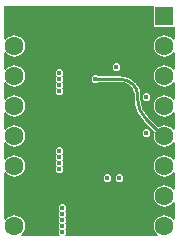
<source format=gbr>
%TF.GenerationSoftware,Altium Limited,Altium Designer,20.1.11 (218)*%
G04 Layer_Physical_Order=4*
G04 Layer_Color=16711680*
%FSLAX45Y45*%
%MOMM*%
%TF.SameCoordinates,8684D80F-3192-4470-AB3D-773AF577FA96*%
%TF.FilePolarity,Positive*%
%TF.FileFunction,Copper,L4,Bot,Signal*%
%TF.Part,Single*%
G01*
G75*
%TA.AperFunction,Conductor*%
%ADD10C,0.24999*%
%TA.AperFunction,ComponentPad*%
%ADD21C,1.60000*%
%ADD22R,1.60000X1.60000*%
%TA.AperFunction,ViaPad*%
%ADD23C,0.45000*%
G36*
X1307000Y1815000D02*
X1483218D01*
Y1707342D01*
X1470518Y1703031D01*
X1461189Y1715189D01*
X1442388Y1729615D01*
X1420495Y1738683D01*
X1397000Y1741776D01*
X1373505Y1738683D01*
X1351612Y1729615D01*
X1332811Y1715189D01*
X1318385Y1696388D01*
X1309317Y1674495D01*
X1306224Y1651000D01*
X1309317Y1627505D01*
X1318385Y1605612D01*
X1332811Y1586811D01*
X1351612Y1572385D01*
X1373505Y1563317D01*
X1397000Y1560224D01*
X1420495Y1563317D01*
X1442388Y1572385D01*
X1461189Y1586811D01*
X1470518Y1598969D01*
X1483218Y1594658D01*
Y1453342D01*
X1470518Y1449031D01*
X1461189Y1461189D01*
X1442388Y1475615D01*
X1420495Y1484683D01*
X1397000Y1487776D01*
X1373505Y1484683D01*
X1351612Y1475615D01*
X1332811Y1461189D01*
X1318385Y1442388D01*
X1309317Y1420495D01*
X1306224Y1397000D01*
X1309317Y1373505D01*
X1318385Y1351612D01*
X1332811Y1332811D01*
X1351612Y1318385D01*
X1373505Y1309317D01*
X1397000Y1306224D01*
X1420495Y1309317D01*
X1442388Y1318385D01*
X1461189Y1332811D01*
X1470518Y1344969D01*
X1483218Y1340658D01*
Y1199342D01*
X1470518Y1195031D01*
X1461189Y1207189D01*
X1442388Y1221615D01*
X1420495Y1230683D01*
X1397000Y1233776D01*
X1373505Y1230683D01*
X1351612Y1221615D01*
X1332811Y1207189D01*
X1318385Y1188388D01*
X1309317Y1166495D01*
X1306224Y1143000D01*
X1309317Y1119505D01*
X1318385Y1097612D01*
X1332811Y1078811D01*
X1351612Y1064385D01*
X1373505Y1055317D01*
X1397000Y1052224D01*
X1420495Y1055317D01*
X1442388Y1064385D01*
X1461189Y1078811D01*
X1470518Y1090969D01*
X1483218Y1086658D01*
Y945342D01*
X1470518Y941031D01*
X1461189Y953189D01*
X1442388Y967615D01*
X1420495Y976683D01*
X1397000Y979776D01*
X1373505Y976683D01*
X1351612Y967615D01*
X1343982Y961760D01*
X1259016Y1046726D01*
X1258205Y1047268D01*
X1230044Y1081582D01*
X1208665Y1121579D01*
X1195501Y1164977D01*
X1191150Y1209153D01*
X1191340Y1210110D01*
Y1241985D01*
X1192065Y1242146D01*
X1187422Y1277411D01*
X1173810Y1310273D01*
X1159486Y1328941D01*
X1152157Y1338493D01*
X1151987Y1338623D01*
X1151827Y1338463D01*
X1122654Y1362404D01*
X1089183Y1380295D01*
X1052866Y1391312D01*
X1015097Y1395031D01*
Y1394540D01*
X836559D01*
X836231Y1395031D01*
X825481Y1402214D01*
X812800Y1404737D01*
X800119Y1402214D01*
X789369Y1395031D01*
X782186Y1384281D01*
X779663Y1371600D01*
X782186Y1358919D01*
X789369Y1348169D01*
X800119Y1340986D01*
X812800Y1338463D01*
X825481Y1340986D01*
X836231Y1348169D01*
X836559Y1348660D01*
X1015098D01*
X1016410Y1348921D01*
X1053314Y1344062D01*
X1088927Y1329311D01*
X1109598Y1313450D01*
X1119046Y1305579D01*
X1119158Y1305493D01*
X1133394Y1286939D01*
X1142344Y1265332D01*
X1145397Y1242146D01*
X1145460Y1242109D01*
X1145460Y1241949D01*
Y1210110D01*
X1145046D01*
X1148460Y1166723D01*
X1158620Y1124403D01*
X1175276Y1084194D01*
X1198016Y1047086D01*
X1226281Y1013991D01*
X1226574Y1014284D01*
X1314896Y925963D01*
X1309317Y912495D01*
X1306224Y889000D01*
X1309317Y865505D01*
X1318385Y843612D01*
X1332811Y824811D01*
X1351612Y810385D01*
X1373505Y801317D01*
X1397000Y798224D01*
X1420495Y801317D01*
X1442388Y810385D01*
X1461189Y824811D01*
X1470518Y836969D01*
X1483218Y832658D01*
Y691342D01*
X1470518Y687031D01*
X1461189Y699189D01*
X1442388Y713615D01*
X1420495Y722683D01*
X1397000Y725776D01*
X1373505Y722683D01*
X1351612Y713615D01*
X1332811Y699189D01*
X1318385Y680388D01*
X1309317Y658495D01*
X1306224Y635000D01*
X1309317Y611505D01*
X1318385Y589612D01*
X1332811Y570811D01*
X1351612Y556385D01*
X1373505Y547317D01*
X1397000Y544224D01*
X1420495Y547317D01*
X1442388Y556385D01*
X1461189Y570811D01*
X1470518Y582969D01*
X1483218Y578658D01*
Y437342D01*
X1470518Y433031D01*
X1461189Y445189D01*
X1442388Y459615D01*
X1420495Y468683D01*
X1397000Y471776D01*
X1373505Y468683D01*
X1351612Y459615D01*
X1332811Y445189D01*
X1318385Y426388D01*
X1309317Y404495D01*
X1306224Y381000D01*
X1309317Y357505D01*
X1318385Y335612D01*
X1332811Y316811D01*
X1351612Y302385D01*
X1373505Y293317D01*
X1397000Y290224D01*
X1420495Y293317D01*
X1442388Y302385D01*
X1461189Y316811D01*
X1470518Y328969D01*
X1483218Y324658D01*
Y183342D01*
X1470518Y179031D01*
X1461189Y191189D01*
X1442388Y205615D01*
X1420495Y214683D01*
X1397000Y217776D01*
X1373505Y214683D01*
X1351612Y205615D01*
X1332811Y191189D01*
X1318385Y172388D01*
X1309317Y150495D01*
X1306224Y127000D01*
X1309317Y103505D01*
X1318385Y81612D01*
X1332811Y62811D01*
X1344969Y53482D01*
X1340658Y40782D01*
X561751D01*
X558136Y49589D01*
X557308Y53482D01*
X564014Y63519D01*
X566537Y76200D01*
X564014Y88881D01*
X556831Y99631D01*
Y103569D01*
X564014Y114319D01*
X566537Y127000D01*
X564014Y139681D01*
X556831Y150431D01*
Y154369D01*
X564014Y165119D01*
X566537Y177800D01*
X564014Y190481D01*
X556831Y201231D01*
Y205169D01*
X564014Y215919D01*
X566537Y228600D01*
X564014Y241281D01*
X556831Y252031D01*
Y255969D01*
X564014Y266719D01*
X566537Y279400D01*
X564014Y292081D01*
X556831Y302831D01*
X546081Y310014D01*
X533400Y312537D01*
X520719Y310014D01*
X509969Y302831D01*
X502786Y292081D01*
X500263Y279400D01*
X502786Y266719D01*
X509969Y255969D01*
Y252031D01*
X502786Y241281D01*
X500263Y228600D01*
X502786Y215919D01*
X509969Y205169D01*
Y201231D01*
X502786Y190481D01*
X500263Y177800D01*
X502786Y165119D01*
X509969Y154369D01*
Y150431D01*
X502786Y139681D01*
X500263Y127000D01*
X502786Y114319D01*
X509969Y103569D01*
Y99631D01*
X502786Y88881D01*
X500263Y76200D01*
X502786Y63519D01*
X509492Y53482D01*
X508664Y49589D01*
X505049Y40782D01*
X183342D01*
X179031Y53482D01*
X191189Y62811D01*
X205615Y81612D01*
X214683Y103505D01*
X217776Y127000D01*
X214683Y150495D01*
X205615Y172388D01*
X191189Y191189D01*
X172388Y205615D01*
X150495Y214683D01*
X127000Y217776D01*
X103505Y214683D01*
X81612Y205615D01*
X62811Y191189D01*
X53482Y179031D01*
X40782Y183342D01*
Y578658D01*
X53482Y582969D01*
X62811Y570811D01*
X81612Y556385D01*
X103505Y547317D01*
X127000Y544224D01*
X150495Y547317D01*
X172388Y556385D01*
X191189Y570811D01*
X205615Y589612D01*
X214683Y611505D01*
X217776Y635000D01*
X214683Y658495D01*
X205615Y680388D01*
X191189Y699189D01*
X172388Y713615D01*
X150495Y722683D01*
X127000Y725776D01*
X103505Y722683D01*
X81612Y713615D01*
X62811Y699189D01*
X53482Y687031D01*
X40782Y691342D01*
Y832658D01*
X53482Y836969D01*
X62811Y824811D01*
X81612Y810385D01*
X103505Y801317D01*
X127000Y798224D01*
X150495Y801317D01*
X172388Y810385D01*
X191189Y824811D01*
X205615Y843612D01*
X214683Y865505D01*
X217776Y889000D01*
X214683Y912495D01*
X205615Y934388D01*
X191189Y953189D01*
X172388Y967615D01*
X150495Y976683D01*
X127000Y979776D01*
X103505Y976683D01*
X81612Y967615D01*
X62811Y953189D01*
X53482Y941031D01*
X40782Y945342D01*
Y1086658D01*
X53482Y1090969D01*
X62811Y1078811D01*
X81612Y1064385D01*
X103505Y1055317D01*
X127000Y1052224D01*
X150495Y1055317D01*
X172388Y1064385D01*
X191189Y1078811D01*
X205615Y1097612D01*
X214683Y1119505D01*
X217776Y1143000D01*
X214683Y1166495D01*
X205615Y1188388D01*
X191189Y1207189D01*
X172388Y1221615D01*
X150495Y1230683D01*
X127000Y1233776D01*
X103505Y1230683D01*
X81612Y1221615D01*
X62811Y1207189D01*
X53482Y1195031D01*
X40782Y1199342D01*
Y1340658D01*
X53482Y1344969D01*
X62811Y1332811D01*
X81612Y1318385D01*
X103505Y1309317D01*
X127000Y1306224D01*
X150495Y1309317D01*
X172388Y1318385D01*
X191189Y1332811D01*
X205615Y1351612D01*
X214683Y1373505D01*
X217776Y1397000D01*
X214683Y1420495D01*
X205615Y1442388D01*
X191189Y1461189D01*
X172388Y1475615D01*
X150495Y1484683D01*
X127000Y1487776D01*
X103505Y1484683D01*
X81612Y1475615D01*
X62811Y1461189D01*
X53482Y1449031D01*
X40782Y1453342D01*
Y1594658D01*
X53482Y1598969D01*
X62811Y1586811D01*
X81612Y1572385D01*
X103505Y1563317D01*
X127000Y1560224D01*
X150495Y1563317D01*
X172388Y1572385D01*
X191189Y1586811D01*
X205615Y1605612D01*
X214683Y1627505D01*
X217776Y1651000D01*
X214683Y1674495D01*
X205615Y1696388D01*
X191189Y1715189D01*
X172388Y1729615D01*
X150495Y1738683D01*
X127000Y1741776D01*
X103505Y1738683D01*
X81612Y1729615D01*
X62811Y1715189D01*
X53482Y1703031D01*
X40782Y1707342D01*
Y1991218D01*
X1307000D01*
Y1815000D01*
D02*
G37*
%LPC*%
G36*
X990600Y1506337D02*
X977919Y1503814D01*
X967169Y1496631D01*
X959986Y1485881D01*
X957463Y1473200D01*
X959986Y1460519D01*
X967169Y1449769D01*
X977919Y1442586D01*
X990600Y1440063D01*
X1003281Y1442586D01*
X1014031Y1449769D01*
X1021214Y1460519D01*
X1023737Y1473200D01*
X1021214Y1485881D01*
X1014031Y1496631D01*
X1003281Y1503814D01*
X990600Y1506337D01*
D02*
G37*
G36*
X508000Y1455537D02*
X495319Y1453014D01*
X484569Y1445831D01*
X477386Y1435081D01*
X474863Y1422400D01*
X477386Y1409719D01*
X484569Y1398969D01*
Y1395031D01*
X477386Y1384281D01*
X474863Y1371600D01*
X477386Y1358919D01*
X484569Y1348169D01*
Y1344231D01*
X477386Y1333481D01*
X474863Y1320800D01*
X477386Y1308119D01*
X484569Y1297369D01*
Y1293431D01*
X477386Y1282681D01*
X474863Y1270000D01*
X477386Y1257319D01*
X484569Y1246569D01*
X495319Y1239386D01*
X508000Y1236863D01*
X520681Y1239386D01*
X531431Y1246569D01*
X538614Y1257319D01*
X541137Y1270000D01*
X538614Y1282681D01*
X531431Y1293431D01*
Y1297369D01*
X538614Y1308119D01*
X541137Y1320800D01*
X538614Y1333481D01*
X531431Y1344231D01*
Y1348169D01*
X538614Y1358919D01*
X541137Y1371600D01*
X538614Y1384281D01*
X531431Y1395031D01*
Y1398969D01*
X538614Y1409719D01*
X541137Y1422400D01*
X538614Y1435081D01*
X531431Y1445831D01*
X520681Y1453014D01*
X508000Y1455537D01*
D02*
G37*
G36*
X1244600Y1252337D02*
X1231919Y1249814D01*
X1221169Y1242631D01*
X1213986Y1231881D01*
X1211463Y1219200D01*
X1213986Y1206519D01*
X1221169Y1195769D01*
X1231919Y1188586D01*
X1244600Y1186063D01*
X1257281Y1188586D01*
X1268031Y1195769D01*
X1275214Y1206519D01*
X1277737Y1219200D01*
X1275214Y1231881D01*
X1268031Y1242631D01*
X1257281Y1249814D01*
X1244600Y1252337D01*
D02*
G37*
G36*
Y947537D02*
X1231919Y945014D01*
X1221169Y937831D01*
X1213986Y927081D01*
X1211463Y914400D01*
X1213986Y901719D01*
X1221169Y890969D01*
X1231919Y883786D01*
X1244600Y881263D01*
X1257281Y883786D01*
X1268031Y890969D01*
X1275214Y901719D01*
X1277737Y914400D01*
X1275214Y927081D01*
X1268031Y937831D01*
X1257281Y945014D01*
X1244600Y947537D01*
D02*
G37*
G36*
X508000Y795137D02*
X495319Y792614D01*
X484569Y785431D01*
X477386Y774681D01*
X474863Y762000D01*
X477386Y749319D01*
X484569Y738569D01*
Y734631D01*
X477386Y723881D01*
X474863Y711200D01*
X477386Y698519D01*
X484569Y687769D01*
Y683831D01*
X477386Y673081D01*
X474863Y660400D01*
X477386Y647719D01*
X484569Y636969D01*
Y633031D01*
X477386Y622281D01*
X474863Y609600D01*
X477386Y596919D01*
X484569Y586169D01*
X495319Y578986D01*
X508000Y576463D01*
X520681Y578986D01*
X531431Y586169D01*
X538614Y596919D01*
X541137Y609600D01*
X538614Y622281D01*
X531431Y633031D01*
Y636969D01*
X538614Y647719D01*
X541137Y660400D01*
X538614Y673081D01*
X531431Y683831D01*
Y687769D01*
X538614Y698519D01*
X541137Y711200D01*
X538614Y723881D01*
X531431Y734631D01*
Y738569D01*
X538614Y749319D01*
X541137Y762000D01*
X538614Y774681D01*
X531431Y785431D01*
X520681Y792614D01*
X508000Y795137D01*
D02*
G37*
G36*
X1016000Y566537D02*
X1003319Y564014D01*
X992569Y556831D01*
X985386Y546081D01*
X982863Y533400D01*
X985386Y520719D01*
X992569Y509969D01*
X1003319Y502786D01*
X1016000Y500263D01*
X1028681Y502786D01*
X1039431Y509969D01*
X1046614Y520719D01*
X1049137Y533400D01*
X1046614Y546081D01*
X1039431Y556831D01*
X1028681Y564014D01*
X1016000Y566537D01*
D02*
G37*
G36*
X914400D02*
X901719Y564014D01*
X890969Y556831D01*
X883786Y546081D01*
X881263Y533400D01*
X883786Y520719D01*
X890969Y509969D01*
X901719Y502786D01*
X914400Y500263D01*
X927081Y502786D01*
X937831Y509969D01*
X945014Y520719D01*
X947537Y533400D01*
X945014Y546081D01*
X937831Y556831D01*
X927081Y564014D01*
X914400Y566537D01*
D02*
G37*
%LPD*%
D10*
X1135299Y1321883D02*
G03*
X1015097Y1371600I-120202J-120448D01*
G01*
X1168400Y1242146D02*
G03*
X1135299Y1321883I-112591J-1D01*
G01*
X1168400Y1210110D02*
G03*
X1242795Y1030505I254000J0D01*
G01*
X1375320Y897980D02*
G03*
X1396999Y889000I21680J21680D01*
G01*
X1168400Y1210110D02*
Y1241986D01*
X1168400Y1242146D02*
X1168400Y1241986D01*
X1242795Y1030505D02*
X1375320Y897980D01*
X812800Y1371600D02*
X1015098D01*
D21*
X127000Y127000D02*
D03*
Y381000D02*
D03*
Y889000D02*
D03*
Y1397000D02*
D03*
Y1651000D02*
D03*
Y1143000D02*
D03*
Y635000D02*
D03*
X1397000Y127000D02*
D03*
Y381000D02*
D03*
Y889000D02*
D03*
Y1397000D02*
D03*
Y1651000D02*
D03*
Y1143000D02*
D03*
Y635000D02*
D03*
D22*
X127000Y1905000D02*
D03*
X1397000D02*
D03*
D23*
X1244600Y914400D02*
D03*
X508000Y1422400D02*
D03*
Y1371600D02*
D03*
Y1320800D02*
D03*
Y1270000D02*
D03*
X279400Y1422400D02*
D03*
Y1371600D02*
D03*
Y1320800D02*
D03*
Y1270000D02*
D03*
X609600Y1117600D02*
D03*
Y1066800D02*
D03*
Y1168400D02*
D03*
X812800Y1371600D02*
D03*
X1016000Y533400D02*
D03*
X914400D02*
D03*
X990600Y228600D02*
D03*
Y127000D02*
D03*
Y177800D02*
D03*
Y279400D02*
D03*
X508000Y609600D02*
D03*
X1244600Y1219200D02*
D03*
Y1117600D02*
D03*
X990600Y1473200D02*
D03*
Y76200D02*
D03*
X533400D02*
D03*
Y279400D02*
D03*
Y127000D02*
D03*
Y177800D02*
D03*
Y228600D02*
D03*
X508000Y762000D02*
D03*
Y711200D02*
D03*
Y660400D02*
D03*
X279400Y609600D02*
D03*
Y660400D02*
D03*
Y711200D02*
D03*
Y762000D02*
D03*
X660400Y965200D02*
D03*
X711200D02*
D03*
X762000D02*
D03*
Y1016000D02*
D03*
X711200D02*
D03*
X660400D02*
D03*
Y1066800D02*
D03*
X711200D02*
D03*
X762000D02*
D03*
X812800D02*
D03*
Y1016000D02*
D03*
Y965200D02*
D03*
Y914400D02*
D03*
X762000D02*
D03*
X711200D02*
D03*
X660400D02*
D03*
X609600D02*
D03*
Y965200D02*
D03*
Y1016000D02*
D03*
X863600Y1066800D02*
D03*
Y1016000D02*
D03*
Y965200D02*
D03*
Y914400D02*
D03*
Y863600D02*
D03*
X812800D02*
D03*
X762000D02*
D03*
X711200D02*
D03*
X660400D02*
D03*
X609600D02*
D03*
X914400D02*
D03*
Y914400D02*
D03*
Y965200D02*
D03*
Y1016000D02*
D03*
Y1066800D02*
D03*
Y1117600D02*
D03*
X863600D02*
D03*
X812800D02*
D03*
X762000D02*
D03*
X711200D02*
D03*
X660400D02*
D03*
X914400Y1168400D02*
D03*
X863600D02*
D03*
X812800D02*
D03*
X762000D02*
D03*
X711200D02*
D03*
X660400D02*
D03*
%TF.MD5,19728d4ffb3a1bd26277a811126a0e69*%
M02*

</source>
